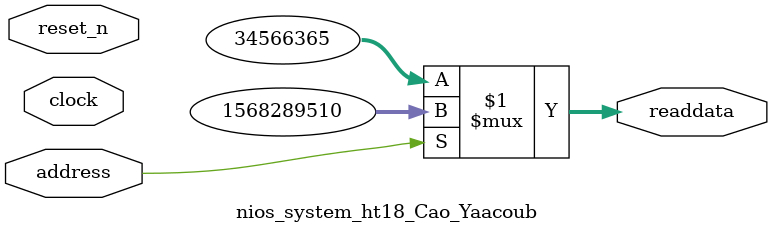
<source format=v>

`timescale 1ns / 1ps
// synthesis translate_on

// turn off superfluous verilog processor warnings 
// altera message_level Level1 
// altera message_off 10034 10035 10036 10037 10230 10240 10030 

module nios_system_ht18_Cao_Yaacoub (
               // inputs:
                address,
                clock,
                reset_n,

               // outputs:
                readdata
             )
;

  output  [ 31: 0] readdata;
  input            address;
  input            clock;
  input            reset_n;

  wire    [ 31: 0] readdata;
  //control_slave, which is an e_avalon_slave
  assign readdata = address ? 1568289510 : 34566365;

endmodule




</source>
